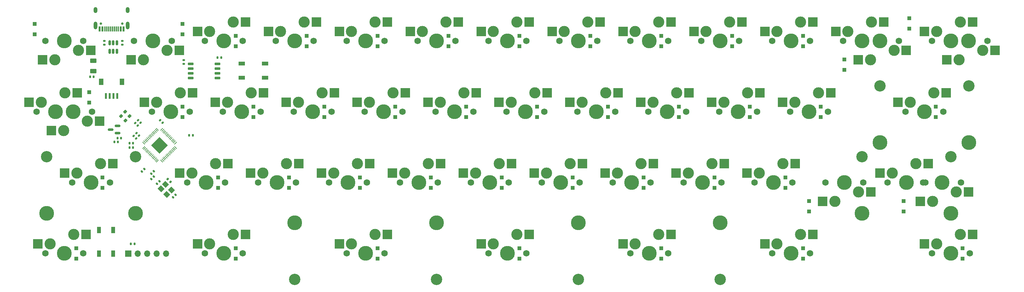
<source format=gbr>
%TF.GenerationSoftware,KiCad,Pcbnew,(6.0.11)*%
%TF.CreationDate,2023-03-06T11:38:39+01:00*%
%TF.ProjectId,kira,6b697261-2e6b-4696-9361-645f70636258,rev?*%
%TF.SameCoordinates,Original*%
%TF.FileFunction,Soldermask,Bot*%
%TF.FilePolarity,Negative*%
%FSLAX46Y46*%
G04 Gerber Fmt 4.6, Leading zero omitted, Abs format (unit mm)*
G04 Created by KiCad (PCBNEW (6.0.11)) date 2023-03-06 11:38:39*
%MOMM*%
%LPD*%
G01*
G04 APERTURE LIST*
G04 Aperture macros list*
%AMRoundRect*
0 Rectangle with rounded corners*
0 $1 Rounding radius*
0 $2 $3 $4 $5 $6 $7 $8 $9 X,Y pos of 4 corners*
0 Add a 4 corners polygon primitive as box body*
4,1,4,$2,$3,$4,$5,$6,$7,$8,$9,$2,$3,0*
0 Add four circle primitives for the rounded corners*
1,1,$1+$1,$2,$3*
1,1,$1+$1,$4,$5*
1,1,$1+$1,$6,$7*
1,1,$1+$1,$8,$9*
0 Add four rect primitives between the rounded corners*
20,1,$1+$1,$2,$3,$4,$5,0*
20,1,$1+$1,$4,$5,$6,$7,0*
20,1,$1+$1,$6,$7,$8,$9,0*
20,1,$1+$1,$8,$9,$2,$3,0*%
%AMRotRect*
0 Rectangle, with rotation*
0 The origin of the aperture is its center*
0 $1 length*
0 $2 width*
0 $3 Rotation angle, in degrees counterclockwise*
0 Add horizontal line*
21,1,$1,$2,0,0,$3*%
G04 Aperture macros list end*
%ADD10C,3.987800*%
%ADD11C,3.000000*%
%ADD12C,1.750000*%
%ADD13R,2.550000X2.500000*%
%ADD14C,3.048000*%
%ADD15R,1.000000X1.700000*%
%ADD16R,1.100000X1.100000*%
%ADD17RoundRect,0.140000X-0.140000X-0.170000X0.140000X-0.170000X0.140000X0.170000X-0.140000X0.170000X0*%
%ADD18RoundRect,0.140000X0.021213X-0.219203X0.219203X-0.021213X-0.021213X0.219203X-0.219203X0.021213X0*%
%ADD19R,1.200000X1.800000*%
%ADD20R,0.600000X1.550000*%
%ADD21RoundRect,0.200000X-0.335876X-0.053033X-0.053033X-0.335876X0.335876X0.053033X0.053033X0.335876X0*%
%ADD22RoundRect,0.135000X0.135000X0.185000X-0.135000X0.185000X-0.135000X-0.185000X0.135000X-0.185000X0*%
%ADD23RoundRect,0.150000X0.587500X0.150000X-0.587500X0.150000X-0.587500X-0.150000X0.587500X-0.150000X0*%
%ADD24RoundRect,0.150000X0.650000X0.150000X-0.650000X0.150000X-0.650000X-0.150000X0.650000X-0.150000X0*%
%ADD25RoundRect,0.140000X0.140000X0.170000X-0.140000X0.170000X-0.140000X-0.170000X0.140000X-0.170000X0*%
%ADD26RoundRect,0.140000X0.219203X0.021213X0.021213X0.219203X-0.219203X-0.021213X-0.021213X-0.219203X0*%
%ADD27RoundRect,0.140000X-0.021213X0.219203X-0.219203X0.021213X0.021213X-0.219203X0.219203X-0.021213X0*%
%ADD28C,0.650000*%
%ADD29R,0.600000X1.450000*%
%ADD30R,0.300000X1.450000*%
%ADD31O,1.000000X2.100000*%
%ADD32O,1.000000X1.600000*%
%ADD33RoundRect,0.135000X-0.185000X0.135000X-0.185000X-0.135000X0.185000X-0.135000X0.185000X0.135000X0*%
%ADD34RoundRect,0.050000X0.238649X0.309359X-0.309359X-0.238649X-0.238649X-0.309359X0.309359X0.238649X0*%
%ADD35RoundRect,0.050000X-0.238649X0.309359X-0.309359X0.238649X0.238649X-0.309359X0.309359X-0.238649X0*%
%ADD36RoundRect,0.144000X0.000000X2.059095X-2.059095X0.000000X0.000000X-2.059095X2.059095X0.000000X0*%
%ADD37R,1.700000X1.700000*%
%ADD38O,1.700000X1.700000*%
%ADD39RoundRect,0.140000X0.170000X-0.140000X0.170000X0.140000X-0.170000X0.140000X-0.170000X-0.140000X0*%
%ADD40RoundRect,0.135000X0.226274X0.035355X0.035355X0.226274X-0.226274X-0.035355X-0.035355X-0.226274X0*%
%ADD41RoundRect,0.250000X-0.625000X0.375000X-0.625000X-0.375000X0.625000X-0.375000X0.625000X0.375000X0*%
%ADD42R,1.700000X1.000000*%
%ADD43RotRect,1.400000X1.200000X315.000000*%
%ADD44RoundRect,0.150000X0.150000X-0.512500X0.150000X0.512500X-0.150000X0.512500X-0.150000X-0.512500X0*%
G04 APERTURE END LIST*
D10*
%TO.C,SW23*%
X211137500Y-65087500D03*
D11*
X213677500Y-60007500D03*
D12*
X206057500Y-65087500D03*
X216217500Y-65087500D03*
D11*
X207327500Y-62547500D03*
D13*
X204052500Y-62547500D03*
X216979500Y-60007500D03*
%TD*%
D11*
%TO.C,SW42*%
X221615000Y-100647500D03*
D12*
X220345000Y-103187500D03*
X230505000Y-103187500D03*
D11*
X227965000Y-98107500D03*
D10*
X225425000Y-103187500D03*
D13*
X218340000Y-100647500D03*
X231267000Y-98107500D03*
%TD*%
D12*
%TO.C,SW43*%
X273367500Y-103187500D03*
D11*
X270827500Y-98107500D03*
D10*
X268287500Y-103187500D03*
D12*
X263207500Y-103187500D03*
D11*
X264477500Y-100647500D03*
D13*
X261202500Y-100647500D03*
X274129500Y-98107500D03*
%TD*%
D10*
%TO.C,SW13(1.5)1*%
X268287500Y-46037500D03*
D12*
X263207500Y-46037500D03*
X273367500Y-46037500D03*
D11*
X264477500Y-43497500D03*
X270827500Y-40957500D03*
D13*
X261202500Y-43497500D03*
X274129500Y-40957500D03*
%TD*%
D11*
%TO.C,SW37(1.75)1*%
X263413152Y-89169151D03*
D10*
X265953152Y-84089151D03*
D12*
X260873152Y-84089151D03*
D11*
X269763152Y-86629151D03*
D12*
X271033152Y-84089151D03*
D13*
X273038152Y-86629151D03*
X260111152Y-89169151D03*
%TD*%
D10*
%TO.C,SW25*%
X249237500Y-73335550D03*
D12*
X256095500Y-65080550D03*
D10*
X273113500Y-73335550D03*
X261175500Y-65080550D03*
D11*
X257365500Y-62540550D03*
D14*
X273113500Y-58095550D03*
D11*
X263715500Y-60000550D03*
D14*
X249237500Y-58095550D03*
D12*
X266255500Y-65080550D03*
D13*
X254090500Y-62540550D03*
X267017500Y-60000550D03*
%TD*%
D11*
%TO.C,SW21*%
X175577500Y-60007500D03*
X169227500Y-62547500D03*
D12*
X178117500Y-65087500D03*
D10*
X173037500Y-65087500D03*
D12*
X167957500Y-65087500D03*
D13*
X165952500Y-62547500D03*
X178879500Y-60007500D03*
%TD*%
D11*
%TO.C,SW15*%
X54927500Y-62547500D03*
D10*
X58737500Y-65087500D03*
D11*
X61277500Y-60007500D03*
D12*
X53657500Y-65087500D03*
X63817500Y-65087500D03*
D13*
X51652500Y-62547500D03*
X64579500Y-60007500D03*
%TD*%
D12*
%TO.C,SW7*%
X154305000Y-46037500D03*
D10*
X149225000Y-46037500D03*
D11*
X145415000Y-43497500D03*
X151765000Y-40957500D03*
D12*
X144145000Y-46037500D03*
D13*
X142140000Y-43497500D03*
X155067000Y-40957500D03*
%TD*%
D12*
%TO.C,SW34*%
X206692500Y-84137500D03*
D10*
X201612500Y-84137500D03*
D12*
X196532500Y-84137500D03*
D11*
X204152500Y-79057500D03*
X197802500Y-81597500D03*
D13*
X194527500Y-81597500D03*
X207454500Y-79057500D03*
%TD*%
D11*
%TO.C,SW9*%
X183515000Y-43497500D03*
D12*
X182245000Y-46037500D03*
D10*
X187325000Y-46037500D03*
D12*
X192405000Y-46037500D03*
D11*
X189865000Y-40957500D03*
D13*
X180240000Y-43497500D03*
X193167000Y-40957500D03*
%TD*%
D11*
%TO.C,SW30*%
X121602500Y-81597500D03*
D10*
X125412500Y-84137500D03*
D12*
X120332500Y-84137500D03*
D11*
X127952500Y-79057500D03*
D12*
X130492500Y-84137500D03*
D13*
X118327500Y-81597500D03*
X131254500Y-79057500D03*
%TD*%
D11*
%TO.C,SW19*%
X137477500Y-60007500D03*
X131127500Y-62547500D03*
D10*
X134937500Y-65087500D03*
D12*
X140017500Y-65087500D03*
X129857500Y-65087500D03*
D13*
X127852500Y-62547500D03*
X140779500Y-60007500D03*
%TD*%
D12*
%TO.C,SW14(1.25)1*%
X32873860Y-65088197D03*
D11*
X23983860Y-62548197D03*
D10*
X27793860Y-65088197D03*
D11*
X30333860Y-60008197D03*
D12*
X22713860Y-65088197D03*
D13*
X20708860Y-62548197D03*
X33635860Y-60008197D03*
%TD*%
D11*
%TO.C,SW44*%
X113665000Y-98107500D03*
D10*
X111125000Y-103187500D03*
D14*
X130175000Y-110172500D03*
D10*
X130175000Y-94932500D03*
D12*
X106045000Y-103187500D03*
D10*
X92075000Y-94932500D03*
D14*
X92075000Y-110172500D03*
D11*
X107315000Y-100647500D03*
D12*
X116205000Y-103187500D03*
D13*
X104040000Y-100647500D03*
X116967000Y-98107500D03*
%TD*%
D12*
%TO.C,SW45*%
X182245000Y-103187500D03*
D14*
X168275000Y-110172500D03*
X206375000Y-110172500D03*
D11*
X189865000Y-98107500D03*
D10*
X168275000Y-94932500D03*
X187325000Y-103187500D03*
X206375000Y-94932500D03*
D12*
X192405000Y-103187500D03*
D11*
X183515000Y-100647500D03*
D13*
X180240000Y-100647500D03*
X193167000Y-98107500D03*
%TD*%
D10*
%TO.C,SW33*%
X182562500Y-84137500D03*
D11*
X178752500Y-81597500D03*
D12*
X187642500Y-84137500D03*
D11*
X185102500Y-79057500D03*
D12*
X177482500Y-84137500D03*
D13*
X175477500Y-81597500D03*
X188404500Y-79057500D03*
%TD*%
D11*
%TO.C,SW32*%
X159702500Y-81597500D03*
X166052500Y-79057500D03*
D12*
X168592500Y-84137500D03*
X158432500Y-84137500D03*
D10*
X163512500Y-84137500D03*
D13*
X156427500Y-81597500D03*
X169354500Y-79057500D03*
%TD*%
D11*
%TO.C,SW36*%
X243522500Y-86677500D03*
D12*
X244792500Y-84137500D03*
D10*
X239712500Y-84137500D03*
D11*
X237172500Y-89217500D03*
D12*
X234632500Y-84137500D03*
D13*
X246797500Y-86677500D03*
X233870500Y-89217500D03*
%TD*%
D11*
%TO.C,SW4*%
X88265000Y-43497500D03*
D12*
X97155000Y-46037500D03*
D11*
X94615000Y-40957500D03*
D10*
X92075000Y-46037500D03*
D12*
X86995000Y-46037500D03*
D13*
X84990000Y-43497500D03*
X97917000Y-40957500D03*
%TD*%
D11*
%TO.C,SW5*%
X113665000Y-40957500D03*
D12*
X106045000Y-46037500D03*
D11*
X107315000Y-43497500D03*
D10*
X111125000Y-46037500D03*
D12*
X116205000Y-46037500D03*
D13*
X104040000Y-43497500D03*
X116967000Y-40957500D03*
%TD*%
D11*
%TO.C,SW16*%
X80327500Y-60007500D03*
X73977500Y-62547500D03*
D10*
X77787500Y-65087500D03*
D12*
X82867500Y-65087500D03*
X72707500Y-65087500D03*
D13*
X70702500Y-62547500D03*
X83629500Y-60007500D03*
%TD*%
D14*
%TO.C,SW37(2.75)1*%
X244443100Y-77144624D03*
D10*
X244443100Y-92384624D03*
D12*
X251301100Y-84129624D03*
D10*
X268319100Y-92384624D03*
D12*
X261461100Y-84129624D03*
D11*
X258921100Y-79049624D03*
D10*
X256381100Y-84129624D03*
D11*
X252571100Y-81589624D03*
D14*
X268319100Y-77144624D03*
D13*
X249296100Y-81589624D03*
X262223100Y-79049624D03*
%TD*%
D12*
%TO.C,SW17*%
X91757500Y-65087500D03*
X101917500Y-65087500D03*
D11*
X93027500Y-62547500D03*
D10*
X96837500Y-65087500D03*
D11*
X99377500Y-60007500D03*
D13*
X89752500Y-62547500D03*
X102679500Y-60007500D03*
%TD*%
D12*
%TO.C,SW18*%
X110807500Y-65087500D03*
D11*
X118427500Y-60007500D03*
D12*
X120967500Y-65087500D03*
D10*
X115887500Y-65087500D03*
D11*
X112077500Y-62547500D03*
D13*
X108802500Y-62547500D03*
X121729500Y-60007500D03*
%TD*%
D11*
%TO.C,SW35*%
X216852500Y-81597500D03*
D12*
X225742500Y-84137500D03*
X215582500Y-84137500D03*
D11*
X223202500Y-79057500D03*
D10*
X220662500Y-84137500D03*
D13*
X213577500Y-81597500D03*
X226504500Y-79057500D03*
%TD*%
D10*
%TO.C,SW39*%
X30168281Y-103182316D03*
D12*
X25088281Y-103182316D03*
X35248281Y-103182316D03*
D11*
X26358281Y-100642316D03*
X32708281Y-98102316D03*
D13*
X23083281Y-100642316D03*
X36010281Y-98102316D03*
%TD*%
D12*
%TO.C,SW40*%
X78105000Y-103187500D03*
X67945000Y-103187500D03*
D10*
X73025000Y-103187500D03*
D11*
X75565000Y-98107500D03*
X69215000Y-100647500D03*
D13*
X65940000Y-100647500D03*
X78867000Y-98107500D03*
%TD*%
D11*
%TO.C,SW31*%
X140652500Y-81597500D03*
D10*
X144462500Y-84137500D03*
D12*
X139382500Y-84137500D03*
X149542500Y-84137500D03*
D11*
X147002500Y-79057500D03*
D13*
X137377500Y-81597500D03*
X150304500Y-79057500D03*
%TD*%
D10*
%TO.C,SW8*%
X168275000Y-46037500D03*
D11*
X164465000Y-43497500D03*
D12*
X173355000Y-46037500D03*
D11*
X170815000Y-40957500D03*
D12*
X163195000Y-46037500D03*
D13*
X161190000Y-43497500D03*
X174117000Y-40957500D03*
%TD*%
D12*
%TO.C,SW12*%
X278130000Y-46037500D03*
D11*
X276860000Y-48577500D03*
D12*
X267970000Y-46037500D03*
D10*
X273050000Y-46037500D03*
D11*
X270510000Y-51117500D03*
D13*
X280135000Y-48577500D03*
X267208000Y-51117500D03*
%TD*%
D10*
%TO.C,SW41*%
X149225000Y-103187500D03*
D14*
X206375000Y-110172500D03*
D10*
X92075000Y-94932500D03*
D12*
X144145000Y-103187500D03*
D11*
X145415000Y-100647500D03*
X151765000Y-98107500D03*
D14*
X92075000Y-110172500D03*
D12*
X154305000Y-103187500D03*
D10*
X206375000Y-94932500D03*
D13*
X142140000Y-100647500D03*
X155067000Y-98107500D03*
%TD*%
D12*
%TO.C,SW11*%
X220345000Y-46037500D03*
D10*
X225425000Y-46037500D03*
D11*
X221615000Y-43497500D03*
D12*
X230505000Y-46037500D03*
D11*
X227965000Y-40957500D03*
D13*
X218340000Y-43497500D03*
X231267000Y-40957500D03*
%TD*%
D12*
%TO.C,SW28*%
X92392500Y-84137500D03*
D11*
X89852500Y-79057500D03*
X83502500Y-81597500D03*
D10*
X87312500Y-84137500D03*
D12*
X82232500Y-84137500D03*
D13*
X80227500Y-81597500D03*
X93154500Y-79057500D03*
%TD*%
D12*
%TO.C,SW3*%
X67945000Y-46037500D03*
X78105000Y-46037500D03*
D11*
X75565000Y-40957500D03*
D10*
X73025000Y-46037500D03*
D11*
X69215000Y-43497500D03*
D13*
X65940000Y-43497500D03*
X78867000Y-40957500D03*
%TD*%
D12*
%TO.C,SW1*%
X25082500Y-46037500D03*
D11*
X33972500Y-48577500D03*
D10*
X30162500Y-46037500D03*
D12*
X35242500Y-46037500D03*
D11*
X27622500Y-51117500D03*
D13*
X37247500Y-48577500D03*
X24320500Y-51117500D03*
%TD*%
D12*
%TO.C,SW10*%
X201295000Y-46037500D03*
D11*
X208915000Y-40957500D03*
D12*
X211455000Y-46037500D03*
D11*
X202565000Y-43497500D03*
D10*
X206375000Y-46037500D03*
D13*
X199290000Y-43497500D03*
X212217000Y-40957500D03*
%TD*%
D11*
%TO.C,SW13*%
X247015000Y-40957500D03*
X240665000Y-43497500D03*
D12*
X249555000Y-46037500D03*
X239395000Y-46037500D03*
D10*
X244475000Y-46037500D03*
D13*
X237390000Y-43497500D03*
X250317000Y-40957500D03*
%TD*%
D12*
%TO.C,SW27*%
X73342500Y-84137500D03*
D10*
X68262500Y-84137500D03*
D12*
X63182500Y-84137500D03*
D11*
X70802500Y-79057500D03*
X64452500Y-81597500D03*
D13*
X61177500Y-81597500D03*
X74104500Y-79057500D03*
%TD*%
D11*
%TO.C,SW22*%
X188277500Y-62547500D03*
D12*
X187007500Y-65087500D03*
D10*
X192087500Y-65087500D03*
D12*
X197167500Y-65087500D03*
D11*
X194627500Y-60007500D03*
D13*
X185002500Y-62547500D03*
X197929500Y-60007500D03*
%TD*%
D12*
%TO.C,SW6*%
X135255000Y-46037500D03*
D11*
X132715000Y-40957500D03*
D12*
X125095000Y-46037500D03*
D11*
X126365000Y-43497500D03*
D10*
X130175000Y-46037500D03*
D13*
X123090000Y-43497500D03*
X136017000Y-40957500D03*
%TD*%
D12*
%TO.C,SW24*%
X225107500Y-65087500D03*
D11*
X226377500Y-62547500D03*
D12*
X235267500Y-65087500D03*
D11*
X232727500Y-60007500D03*
D10*
X230187500Y-65087500D03*
D13*
X223102500Y-62547500D03*
X236029500Y-60007500D03*
%TD*%
D10*
%TO.C,SW29*%
X106362500Y-84137500D03*
D11*
X108902500Y-79057500D03*
D12*
X111442500Y-84137500D03*
X101282500Y-84137500D03*
D11*
X102552500Y-81597500D03*
D13*
X99277500Y-81597500D03*
X112204500Y-79057500D03*
%TD*%
D12*
%TO.C,SW20*%
X148907500Y-65087500D03*
D11*
X150177500Y-62547500D03*
D12*
X159067500Y-65087500D03*
D11*
X156527500Y-60007500D03*
D10*
X153987500Y-65087500D03*
D13*
X146902500Y-62547500D03*
X159829500Y-60007500D03*
%TD*%
D11*
%TO.C,SW14*%
X29998117Y-70146067D03*
D12*
X37618117Y-65066067D03*
D10*
X32538117Y-65066067D03*
D11*
X36348117Y-67606067D03*
D12*
X27458117Y-65066067D03*
D13*
X39623117Y-67606067D03*
X26696117Y-70146067D03*
%TD*%
D11*
%TO.C,SW2*%
X57785000Y-48577500D03*
D12*
X48895000Y-46037500D03*
X59055000Y-46037500D03*
D10*
X53975000Y-46037500D03*
D11*
X51435000Y-51117500D03*
D13*
X61060000Y-48577500D03*
X48133000Y-51117500D03*
%TD*%
D11*
%TO.C,SW12(1.5)1*%
X246697500Y-51117500D03*
D12*
X244157500Y-46037500D03*
X254317500Y-46037500D03*
D11*
X253047500Y-48577500D03*
D10*
X249237500Y-46037500D03*
D13*
X256322500Y-48577500D03*
X243395500Y-51117500D03*
%TD*%
D11*
%TO.C,SW26*%
X39860255Y-79025102D03*
D14*
X25382255Y-77120102D03*
D10*
X25382255Y-92360102D03*
X37320255Y-84105102D03*
D14*
X49258255Y-77120102D03*
D11*
X33510255Y-81565102D03*
D12*
X42400255Y-84105102D03*
D10*
X49258255Y-92360102D03*
D12*
X32240255Y-84105102D03*
D13*
X30235255Y-81565102D03*
X43162255Y-79025102D03*
%TD*%
D15*
%TO.C,SW47*%
X43302000Y-96926000D03*
X43302000Y-103226000D03*
X39502000Y-96926000D03*
X39502000Y-103226000D03*
%TD*%
D16*
%TO.C,D12*%
X76200000Y-104587500D03*
X76200000Y-101787500D03*
%TD*%
%TO.C,D43*%
X255587500Y-91887500D03*
X255587500Y-89087500D03*
%TD*%
%TO.C,D29*%
X185737500Y-85537500D03*
X185737500Y-82737500D03*
%TD*%
%TO.C,D34*%
X209550000Y-47437500D03*
X209550000Y-44637500D03*
%TD*%
%TO.C,D28*%
X176212500Y-66487500D03*
X176212500Y-63687500D03*
%TD*%
%TO.C,D44*%
X257175000Y-42675000D03*
X257175000Y-39875000D03*
%TD*%
%TO.C,D21*%
X138112500Y-66487500D03*
X138112500Y-63687500D03*
%TD*%
D17*
%TO.C,C7*%
X44478000Y-72136000D03*
X45438000Y-72136000D03*
%TD*%
D16*
%TO.C,D5*%
X33337500Y-104587500D03*
X33337500Y-101787500D03*
%TD*%
%TO.C,D30*%
X190500000Y-47437500D03*
X190500000Y-44637500D03*
%TD*%
D18*
%TO.C,C5*%
X55032589Y-84413411D03*
X55711411Y-83734589D03*
%TD*%
D16*
%TO.C,D42*%
X264287000Y-66487500D03*
X264287000Y-63687500D03*
%TD*%
%TO.C,D14*%
X100012500Y-66487500D03*
X100012500Y-63687500D03*
%TD*%
D19*
%TO.C,J3*%
X45662500Y-56987500D03*
X40062500Y-56987500D03*
D20*
X41362500Y-60862500D03*
X42362500Y-60862500D03*
X43362500Y-60862500D03*
X44362500Y-60862500D03*
%TD*%
D21*
%TO.C,R2*%
X45390637Y-66218637D03*
X46557363Y-67385363D03*
%TD*%
D16*
%TO.C,D11*%
X90487500Y-85537500D03*
X90487500Y-82737500D03*
%TD*%
D22*
%TO.C,R3*%
X49024000Y-100584000D03*
X48004000Y-100584000D03*
%TD*%
D16*
%TO.C,D39*%
X230187500Y-91887500D03*
X230187500Y-89087500D03*
%TD*%
%TO.C,D31*%
X195262500Y-66487500D03*
X195262500Y-63687500D03*
%TD*%
D23*
%TO.C,U2*%
X44498500Y-68900000D03*
X44498500Y-70800000D03*
X42623500Y-69850000D03*
%TD*%
D24*
%TO.C,U3*%
X71267225Y-52196320D03*
X71267225Y-53466320D03*
X71267225Y-54736320D03*
X71267225Y-56006320D03*
X64067225Y-56006320D03*
X64067225Y-54736320D03*
X64067225Y-53466320D03*
X64067225Y-52196320D03*
%TD*%
D25*
%TO.C,C16*%
X48613000Y-73533000D03*
X47653000Y-73533000D03*
%TD*%
D26*
%TO.C,C15*%
X49902992Y-68745464D03*
X49224170Y-68066642D03*
%TD*%
D27*
%TO.C,C11*%
X54187411Y-82464589D03*
X53508589Y-83143411D03*
%TD*%
D16*
%TO.C,D23*%
X152400000Y-47437500D03*
X152400000Y-44637500D03*
%TD*%
D28*
%TO.C,J1*%
X45752499Y-41319539D03*
X39972499Y-41319539D03*
D29*
X39612499Y-42764539D03*
X40412499Y-42764539D03*
D30*
X41612499Y-42764539D03*
X42612499Y-42764539D03*
X43112499Y-42764539D03*
X44112499Y-42764539D03*
D29*
X45312499Y-42764539D03*
X46112499Y-42764539D03*
X46112499Y-42764539D03*
X45312499Y-42764539D03*
D30*
X44612499Y-42764539D03*
X43612499Y-42764539D03*
X42112499Y-42764539D03*
X41112499Y-42764539D03*
D29*
X40412499Y-42764539D03*
X39612499Y-42764539D03*
D31*
X47182499Y-41849539D03*
D32*
X47182499Y-37669539D03*
X38542499Y-37669539D03*
D31*
X38542499Y-41849539D03*
%TD*%
D25*
%TO.C,C8*%
X44549000Y-73152000D03*
X43589000Y-73152000D03*
%TD*%
D17*
%TO.C,C14*%
X63726084Y-71374000D03*
X64686084Y-71374000D03*
%TD*%
D33*
%TO.C,R5*%
X45720000Y-45972000D03*
X45720000Y-46992000D03*
%TD*%
D26*
%TO.C,C17*%
X56600411Y-68030411D03*
X55921589Y-67351589D03*
%TD*%
D16*
%TO.C,D24*%
X157162500Y-66487500D03*
X157162500Y-63687500D03*
%TD*%
D26*
%TO.C,C1*%
X50197263Y-71520150D03*
X49518441Y-70841328D03*
%TD*%
%TO.C,C2*%
X50631411Y-68030411D03*
X49952589Y-67351589D03*
%TD*%
D16*
%TO.C,D20*%
X133350000Y-47437500D03*
X133350000Y-44637500D03*
%TD*%
%TO.C,D45*%
X271462500Y-104587500D03*
X271462500Y-101787500D03*
%TD*%
%TO.C,D40*%
X228600000Y-104587500D03*
X228600000Y-101787500D03*
%TD*%
%TO.C,D27*%
X171450000Y-47437500D03*
X171450000Y-44637500D03*
%TD*%
D34*
%TO.C,U1*%
X56351349Y-69804890D03*
X56634192Y-70087733D03*
X56917034Y-70370575D03*
X57199877Y-70653418D03*
X57482720Y-70936261D03*
X57765562Y-71219103D03*
X58048405Y-71501946D03*
X58331248Y-71784789D03*
X58614091Y-72067632D03*
X58896933Y-72350474D03*
X59179776Y-72633317D03*
X59462619Y-72916160D03*
X59745461Y-73199002D03*
X60028304Y-73481845D03*
D35*
X60028304Y-74666249D03*
X59745461Y-74949092D03*
X59462619Y-75231934D03*
X59179776Y-75514777D03*
X58896933Y-75797620D03*
X58614091Y-76080462D03*
X58331248Y-76363305D03*
X58048405Y-76646148D03*
X57765562Y-76928991D03*
X57482720Y-77211833D03*
X57199877Y-77494676D03*
X56917034Y-77777519D03*
X56634192Y-78060361D03*
X56351349Y-78343204D03*
D34*
X55166945Y-78343204D03*
X54884102Y-78060361D03*
X54601260Y-77777519D03*
X54318417Y-77494676D03*
X54035574Y-77211833D03*
X53752732Y-76928991D03*
X53469889Y-76646148D03*
X53187046Y-76363305D03*
X52904203Y-76080462D03*
X52621361Y-75797620D03*
X52338518Y-75514777D03*
X52055675Y-75231934D03*
X51772833Y-74949092D03*
X51489990Y-74666249D03*
D35*
X51489990Y-73481845D03*
X51772833Y-73199002D03*
X52055675Y-72916160D03*
X52338518Y-72633317D03*
X52621361Y-72350474D03*
X52904203Y-72067632D03*
X53187046Y-71784789D03*
X53469889Y-71501946D03*
X53752732Y-71219103D03*
X54035574Y-70936261D03*
X54318417Y-70653418D03*
X54601260Y-70370575D03*
X54884102Y-70087733D03*
X55166945Y-69804890D03*
D36*
X55759147Y-74074047D03*
%TD*%
D37*
%TO.C,J2*%
X47337500Y-103212500D03*
D38*
X49877500Y-103212500D03*
X52417500Y-103212500D03*
X54957500Y-103212500D03*
X57497500Y-103212500D03*
%TD*%
D16*
%TO.C,D33*%
X190500000Y-104587500D03*
X190500000Y-101787500D03*
%TD*%
%TO.C,D4*%
X40386000Y-85537500D03*
X40386000Y-82737500D03*
%TD*%
%TO.C,D16*%
X114300000Y-47437500D03*
X114300000Y-44637500D03*
%TD*%
D39*
%TO.C,C12*%
X62230000Y-52168320D03*
X62230000Y-51208320D03*
%TD*%
D16*
%TO.C,D3*%
X36830000Y-59814000D03*
X36830000Y-62614000D03*
%TD*%
%TO.C,D8*%
X71437500Y-85537500D03*
X71437500Y-82737500D03*
%TD*%
D40*
%TO.C,R7*%
X58688924Y-83894005D03*
X57967676Y-83172757D03*
%TD*%
D16*
%TO.C,D15*%
X109537500Y-85537500D03*
X109537500Y-82737500D03*
%TD*%
D27*
%TO.C,C13*%
X51647411Y-80432589D03*
X50968589Y-81111411D03*
%TD*%
D16*
%TO.C,D22*%
X147637500Y-85537500D03*
X147637500Y-82737500D03*
%TD*%
%TO.C,D10*%
X80962500Y-66487500D03*
X80962500Y-63687500D03*
%TD*%
%TO.C,D26*%
X152400000Y-104587500D03*
X152400000Y-101787500D03*
%TD*%
%TO.C,D32*%
X204787500Y-85537500D03*
X204787500Y-82737500D03*
%TD*%
%TO.C,D37*%
X228600000Y-47437500D03*
X228600000Y-44637500D03*
%TD*%
D25*
%TO.C,C4*%
X38044000Y-55626000D03*
X37084000Y-55626000D03*
%TD*%
D27*
%TO.C,C6*%
X60029411Y-87417589D03*
X59350589Y-88096411D03*
%TD*%
D16*
%TO.C,D19*%
X114300000Y-104587500D03*
X114300000Y-101787500D03*
%TD*%
D22*
%TO.C,R6*%
X72317425Y-50494520D03*
X71297425Y-50494520D03*
%TD*%
D16*
%TO.C,D9*%
X76200000Y-47437500D03*
X76200000Y-44637500D03*
%TD*%
D25*
%TO.C,C10*%
X48613000Y-74676000D03*
X47653000Y-74676000D03*
%TD*%
D16*
%TO.C,D17*%
X119062500Y-66487500D03*
X119062500Y-63687500D03*
%TD*%
%TO.C,D7*%
X61912500Y-66487500D03*
X61912500Y-63687500D03*
%TD*%
%TO.C,D2*%
X22225000Y-41462500D03*
X22225000Y-44262500D03*
%TD*%
D41*
%TO.C,F1*%
X37973000Y-51305000D03*
X37973000Y-54105000D03*
%TD*%
D27*
%TO.C,C3*%
X54187411Y-81067589D03*
X53508589Y-81746411D03*
%TD*%
D16*
%TO.C,D6*%
X61912500Y-41462500D03*
X61912500Y-44262500D03*
%TD*%
D21*
%TO.C,R1*%
X46533637Y-65075637D03*
X47700363Y-66242363D03*
%TD*%
D16*
%TO.C,D25*%
X166687500Y-85537500D03*
X166687500Y-82737500D03*
%TD*%
D42*
%TO.C,SW46*%
X84112500Y-55875000D03*
X77812500Y-55875000D03*
X84112500Y-52075000D03*
X77812500Y-52075000D03*
%TD*%
D33*
%TO.C,R4*%
X40894000Y-45972000D03*
X40894000Y-46992000D03*
%TD*%
D16*
%TO.C,D36*%
X223837500Y-85537500D03*
X223837500Y-82737500D03*
%TD*%
D43*
%TO.C,Y1*%
X57354223Y-84600142D03*
X58909858Y-86155777D03*
X57707777Y-87357858D03*
X56152142Y-85802223D03*
%TD*%
D44*
%TO.C,U4*%
X44257000Y-48762500D03*
X43307000Y-48762500D03*
X42357000Y-48762500D03*
X42357000Y-46487500D03*
X43307000Y-46487500D03*
X44257000Y-46487500D03*
%TD*%
D16*
%TO.C,D18*%
X128587500Y-85537500D03*
X128587500Y-82737500D03*
%TD*%
%TO.C,D41*%
X239712500Y-53787500D03*
X239712500Y-50987500D03*
%TD*%
%TO.C,D35*%
X214312500Y-66487500D03*
X214312500Y-63687500D03*
%TD*%
%TO.C,D38*%
X233362500Y-66487500D03*
X233362500Y-63687500D03*
%TD*%
D26*
%TO.C,C9*%
X49488411Y-72221411D03*
X48809589Y-71542589D03*
%TD*%
D16*
%TO.C,D13*%
X95250000Y-47437500D03*
X95250000Y-44637500D03*
%TD*%
M02*

</source>
